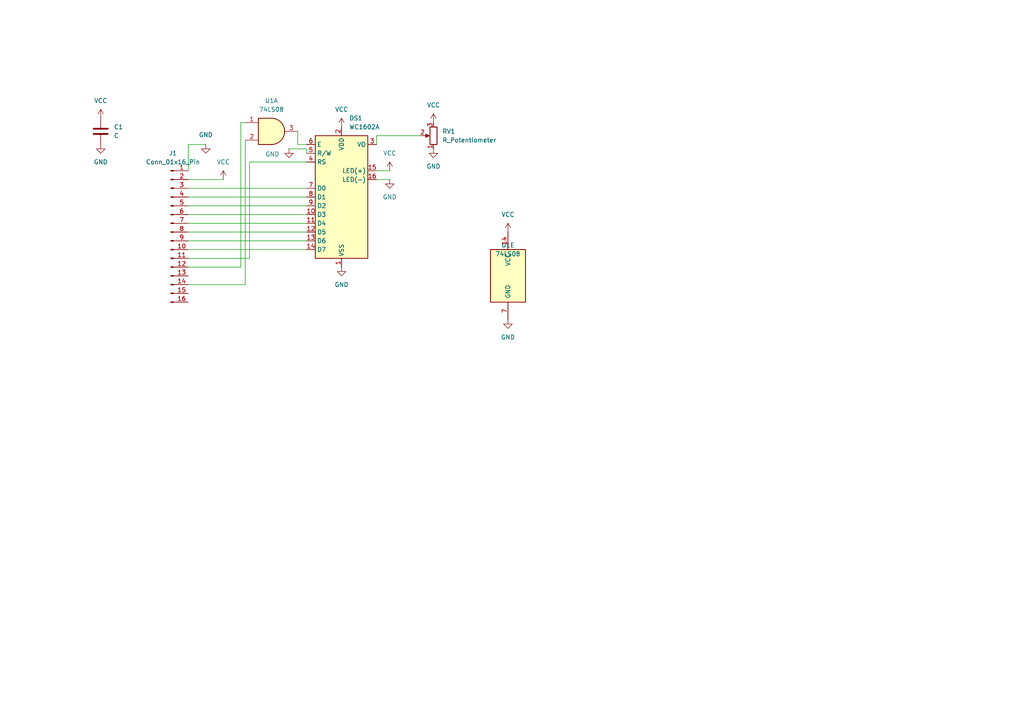
<source format=kicad_sch>
(kicad_sch (version 20231120) (generator "eeschema") (generator_version "8.0")
  (paper "A4")
  (lib_symbols
    (symbol "74xx:74LS08" (pin_names (offset 1.016))
      (property "Reference" "U" (at 0 1.27 0))
      (property "Value" "74LS08" (at 0 -1.27 0))
      (symbol "74LS08_1_1"
        (arc (start 0 -3.81) (mid 3.7934 0) (end 0 3.81) (stroke (width 0.254)) (fill (type background)))
        (polyline (pts (xy 0 3.81) (xy -3.81 3.81) (xy -3.81 -3.81) (xy 0 -3.81)) (stroke (width 0.254)) (fill (type background)))
        (pin input line (at -7.62 2.54 0) (length 3.81) (name "~") (number "1"))
        (pin input line (at -7.62 -2.54 0) (length 3.81) (name "~") (number "2"))
        (pin output line (at 7.62 0 180) (length 3.81) (name "~") (number "3"))
      )
      (symbol "74LS08_1_2"
        (arc (start -3.81 -3.81) (mid -2.589 0) (end -3.81 3.81) (stroke (width 0.254)))
        (arc (start -0.6096 -3.81) (mid 2.1842 -2.5851) (end 3.81 0) (stroke (width 0.254)) (fill (type background)))
        (polyline (pts (xy -3.81 -3.81) (xy -0.635 -3.81)) (stroke (width 0.254)) (fill (type background)))
        (polyline (pts (xy -3.81 3.81) (xy -0.635 3.81)) (stroke (width 0.254)) (fill (type background)))
        (polyline (pts (xy -0.635 3.81) (xy -3.81 3.81) (xy -3.81 3.81) (xy -3.556 3.4036) (xy -3.0226 2.2606) (xy -2.6924 1.0414) (xy -2.6162 -0.254) (xy -2.7686 -1.4986) (xy -3.175 -2.7178) (xy -3.81 -3.81) (xy -3.81 -3.81) (xy -0.635 -3.81)) (stroke (width -25.4)) (fill (type background)))
        (arc (start 3.81 0) (mid 2.1915 2.5936) (end -0.6096 3.81) (stroke (width 0.254)) (fill (type background)))
        (pin input inverted (at -7.62 2.54 0) (length 4.318) (name "~") (number "1"))
        (pin input inverted (at -7.62 -2.54 0) (length 4.318) (name "~") (number "2"))
        (pin output inverted (at 7.62 0 180) (length 3.81) (name "~") (number "3"))
      )
      (symbol "74LS08_2_1"
        (arc (start 0 -3.81) (mid 3.7934 0) (end 0 3.81) (stroke (width 0.254)) (fill (type background)))
        (polyline (pts (xy 0 3.81) (xy -3.81 3.81) (xy -3.81 -3.81) (xy 0 -3.81)) (stroke (width 0.254)) (fill (type background)))
        (pin input line (at -7.62 2.54 0) (length 3.81) (name "~") (number "4"))
        (pin input line (at -7.62 -2.54 0) (length 3.81) (name "~") (number "5"))
        (pin output line (at 7.62 0 180) (length 3.81) (name "~") (number "6"))
      )
      (symbol "74LS08_2_2"
        (arc (start -3.81 -3.81) (mid -2.589 0) (end -3.81 3.81) (stroke (width 0.254)))
        (arc (start -0.6096 -3.81) (mid 2.1842 -2.5851) (end 3.81 0) (stroke (width 0.254)) (fill (type background)))
        (polyline (pts (xy -3.81 -3.81) (xy -0.635 -3.81)) (stroke (width 0.254)) (fill (type background)))
        (polyline (pts (xy -3.81 3.81) (xy -0.635 3.81)) (stroke (width 0.254)) (fill (type background)))
        (polyline (pts (xy -0.635 3.81) (xy -3.81 3.81) (xy -3.81 3.81) (xy -3.556 3.4036) (xy -3.0226 2.2606) (xy -2.6924 1.0414) (xy -2.6162 -0.254) (xy -2.7686 -1.4986) (xy -3.175 -2.7178) (xy -3.81 -3.81) (xy -3.81 -3.81) (xy -0.635 -3.81)) (stroke (width -25.4)) (fill (type background)))
        (arc (start 3.81 0) (mid 2.1915 2.5936) (end -0.6096 3.81) (stroke (width 0.254)) (fill (type background)))
        (pin input inverted (at -7.62 2.54 0) (length 4.318) (name "~") (number "4"))
        (pin input inverted (at -7.62 -2.54 0) (length 4.318) (name "~") (number "5"))
        (pin output inverted (at 7.62 0 180) (length 3.81) (name "~") (number "6"))
      )
      (symbol "74LS08_3_1"
        (arc (start 0 -3.81) (mid 3.7934 0) (end 0 3.81) (stroke (width 0.254)) (fill (type background)))
        (polyline (pts (xy 0 3.81) (xy -3.81 3.81) (xy -3.81 -3.81) (xy 0 -3.81)) (stroke (width 0.254)) (fill (type background)))
        (pin input line (at -7.62 -2.54 0) (length 3.81) (name "~") (number "10"))
        (pin output line (at 7.62 0 180) (length 3.81) (name "~") (number "8"))
        (pin input line (at -7.62 2.54 0) (length 3.81) (name "~") (number "9"))
      )
      (symbol "74LS08_3_2"
        (arc (start -3.81 -3.81) (mid -2.589 0) (end -3.81 3.81) (stroke (width 0.254)))
        (arc (start -0.6096 -3.81) (mid 2.1842 -2.5851) (end 3.81 0) (stroke (width 0.254)) (fill (type background)))
        (polyline (pts (xy -3.81 -3.81) (xy -0.635 -3.81)) (stroke (width 0.254)) (fill (type background)))
        (polyline (pts (xy -3.81 3.81) (xy -0.635 3.81)) (stroke (width 0.254)) (fill (type background)))
        (polyline (pts (xy -0.635 3.81) (xy -3.81 3.81) (xy -3.81 3.81) (xy -3.556 3.4036) (xy -3.0226 2.2606) (xy -2.6924 1.0414) (xy -2.6162 -0.254) (xy -2.7686 -1.4986) (xy -3.175 -2.7178) (xy -3.81 -3.81) (xy -3.81 -3.81) (xy -0.635 -3.81)) (stroke (width -25.4)) (fill (type background)))
        (arc (start 3.81 0) (mid 2.1915 2.5936) (end -0.6096 3.81) (stroke (width 0.254)) (fill (type background)))
        (pin input inverted (at -7.62 -2.54 0) (length 4.318) (name "~") (number "10"))
        (pin output inverted (at 7.62 0 180) (length 3.81) (name "~") (number "8"))
        (pin input inverted (at -7.62 2.54 0) (length 4.318) (name "~") (number "9"))
      )
      (symbol "74LS08_4_1"
        (arc (start 0 -3.81) (mid 3.7934 0) (end 0 3.81) (stroke (width 0.254)) (fill (type background)))
        (polyline (pts (xy 0 3.81) (xy -3.81 3.81) (xy -3.81 -3.81) (xy 0 -3.81)) (stroke (width 0.254)) (fill (type background)))
        (pin output line (at 7.62 0 180) (length 3.81) (name "~") (number "11"))
        (pin input line (at -7.62 2.54 0) (length 3.81) (name "~") (number "12"))
        (pin input line (at -7.62 -2.54 0) (length 3.81) (name "~") (number "13"))
      )
      (symbol "74LS08_4_2"
        (arc (start -3.81 -3.81) (mid -2.589 0) (end -3.81 3.81) (stroke (width 0.254)))
        (arc (start -0.6096 -3.81) (mid 2.1842 -2.5851) (end 3.81 0) (stroke (width 0.254)) (fill (type background)))
        (polyline (pts (xy -3.81 -3.81) (xy -0.635 -3.81)) (stroke (width 0.254)) (fill (type background)))
        (polyline (pts (xy -3.81 3.81) (xy -0.635 3.81)) (stroke (width 0.254)) (fill (type background)))
        (polyline (pts (xy -0.635 3.81) (xy -3.81 3.81) (xy -3.81 3.81) (xy -3.556 3.4036) (xy -3.0226 2.2606) (xy -2.6924 1.0414) (xy -2.6162 -0.254) (xy -2.7686 -1.4986) (xy -3.175 -2.7178) (xy -3.81 -3.81) (xy -3.81 -3.81) (xy -0.635 -3.81)) (stroke (width -25.4)) (fill (type background)))
        (arc (start 3.81 0) (mid 2.1915 2.5936) (end -0.6096 3.81) (stroke (width 0.254)) (fill (type background)))
        (pin output inverted (at 7.62 0 180) (length 3.81) (name "~") (number "11"))
        (pin input inverted (at -7.62 2.54 0) (length 4.318) (name "~") (number "12"))
        (pin input inverted (at -7.62 -2.54 0) (length 4.318) (name "~") (number "13"))
      )
      (symbol "74LS08_5_0"
        (pin power_in line (at 0 12.7 270) (length 5.08) (name "VCC") (number "14"))
        (pin power_in line (at 0 -12.7 90) (length 5.08) (name "GND") (number "7"))
      )
      (symbol "74LS08_5_1"
        (rectangle (start -5.08 7.62) (end 5.08 -7.62) (stroke (width 0.254)) (fill (type background)))
      )
    )
    (symbol "Connector:Conn_01x16_Pin" (pin_names (offset 1.016) hide)
      (property "Reference" "J" (at 0 20.32 0))
      (property "Value" "Conn_01x16_Pin" (at 0 -22.86 0))
      (symbol "Conn_01x16_Pin_1_1"
        (polyline (pts (xy 1.27 -20.32) (xy 0.8636 -20.32)) (stroke (width 0.1524)))
        (polyline (pts (xy 1.27 -17.78) (xy 0.8636 -17.78)) (stroke (width 0.1524)))
        (polyline (pts (xy 1.27 -15.24) (xy 0.8636 -15.24)) (stroke (width 0.1524)))
        (polyline (pts (xy 1.27 -12.7) (xy 0.8636 -12.7)) (stroke (width 0.1524)))
        (polyline (pts (xy 1.27 -10.16) (xy 0.8636 -10.16)) (stroke (width 0.1524)))
        (polyline (pts (xy 1.27 -7.62) (xy 0.8636 -7.62)) (stroke (width 0.1524)))
        (polyline (pts (xy 1.27 -5.08) (xy 0.8636 -5.08)) (stroke (width 0.1524)))
        (polyline (pts (xy 1.27 -2.54) (xy 0.8636 -2.54)) (stroke (width 0.1524)))
        (polyline (pts (xy 1.27 0) (xy 0.8636 0)) (stroke (width 0.1524)))
        (polyline (pts (xy 1.27 2.54) (xy 0.8636 2.54)) (stroke (width 0.1524)))
        (polyline (pts (xy 1.27 5.08) (xy 0.8636 5.08)) (stroke (width 0.1524)))
        (polyline (pts (xy 1.27 7.62) (xy 0.8636 7.62)) (stroke (width 0.1524)))
        (polyline (pts (xy 1.27 10.16) (xy 0.8636 10.16)) (stroke (width 0.1524)))
        (polyline (pts (xy 1.27 12.7) (xy 0.8636 12.7)) (stroke (width 0.1524)))
        (polyline (pts (xy 1.27 15.24) (xy 0.8636 15.24)) (stroke (width 0.1524)))
        (polyline (pts (xy 1.27 17.78) (xy 0.8636 17.78)) (stroke (width 0.1524)))
        (rectangle (start 0.8636 -20.193) (end 0 -20.447) (stroke (width 0.1524)) (fill (type outline)))
        (rectangle (start 0.8636 -17.653) (end 0 -17.907) (stroke (width 0.1524)) (fill (type outline)))
        (rectangle (start 0.8636 -15.113) (end 0 -15.367) (stroke (width 0.1524)) (fill (type outline)))
        (rectangle (start 0.8636 -12.573) (end 0 -12.827) (stroke (width 0.1524)) (fill (type outline)))
        (rectangle (start 0.8636 -10.033) (end 0 -10.287) (stroke (width 0.1524)) (fill (type outline)))
        (rectangle (start 0.8636 -7.493) (end 0 -7.747) (stroke (width 0.1524)) (fill (type outline)))
        (rectangle (start 0.8636 -4.953) (end 0 -5.207) (stroke (width 0.1524)) (fill (type outline)))
        (rectangle (start 0.8636 -2.413) (end 0 -2.667) (stroke (width 0.1524)) (fill (type outline)))
        (rectangle (start 0.8636 0.127) (end 0 -0.127) (stroke (width 0.1524)) (fill (type outline)))
        (rectangle (start 0.8636 2.667) (end 0 2.413) (stroke (width 0.1524)) (fill (type outline)))
        (rectangle (start 0.8636 5.207) (end 0 4.953) (stroke (width 0.1524)) (fill (type outline)))
        (rectangle (start 0.8636 7.747) (end 0 7.493) (stroke (width 0.1524)) (fill (type outline)))
        (rectangle (start 0.8636 10.287) (end 0 10.033) (stroke (width 0.1524)) (fill (type outline)))
        (rectangle (start 0.8636 12.827) (end 0 12.573) (stroke (width 0.1524)) (fill (type outline)))
        (rectangle (start 0.8636 15.367) (end 0 15.113) (stroke (width 0.1524)) (fill (type outline)))
        (rectangle (start 0.8636 17.907) (end 0 17.653) (stroke (width 0.1524)) (fill (type outline)))
        (pin passive line (at 5.08 17.78 180) (length 3.81) (name "Pin_1") (number "1"))
        (pin passive line (at 5.08 -5.08 180) (length 3.81) (name "Pin_10") (number "10"))
        (pin passive line (at 5.08 -7.62 180) (length 3.81) (name "Pin_11") (number "11"))
        (pin passive line (at 5.08 -10.16 180) (length 3.81) (name "Pin_12") (number "12"))
        (pin passive line (at 5.08 -12.7 180) (length 3.81) (name "Pin_13") (number "13"))
        (pin passive line (at 5.08 -15.24 180) (length 3.81) (name "Pin_14") (number "14"))
        (pin passive line (at 5.08 -17.78 180) (length 3.81) (name "Pin_15") (number "15"))
        (pin passive line (at 5.08 -20.32 180) (length 3.81) (name "Pin_16") (number "16"))
        (pin passive line (at 5.08 15.24 180) (length 3.81) (name "Pin_2") (number "2"))
        (pin passive line (at 5.08 12.7 180) (length 3.81) (name "Pin_3") (number "3"))
        (pin passive line (at 5.08 10.16 180) (length 3.81) (name "Pin_4") (number "4"))
        (pin passive line (at 5.08 7.62 180) (length 3.81) (name "Pin_5") (number "5"))
        (pin passive line (at 5.08 5.08 180) (length 3.81) (name "Pin_6") (number "6"))
        (pin passive line (at 5.08 2.54 180) (length 3.81) (name "Pin_7") (number "7"))
        (pin passive line (at 5.08 0 180) (length 3.81) (name "Pin_8") (number "8"))
        (pin passive line (at 5.08 -2.54 180) (length 3.81) (name "Pin_9") (number "9"))
      )
    )
    (symbol "Device:C" (pin_numbers hide) (pin_names (offset 0.254))
      (property "Reference" "C" (at 0.635 2.54 0))
      (property "Value" "C" (at 0.635 -2.54 0))
      (symbol "C_0_1"
        (polyline (pts (xy -2.032 -0.762) (xy 2.032 -0.762)) (stroke (width 0.508)))
        (polyline (pts (xy -2.032 0.762) (xy 2.032 0.762)) (stroke (width 0.508)))
      )
      (symbol "C_1_1"
        (pin passive line (at 0 3.81 270) (length 2.794) (name "~") (number "1"))
        (pin passive line (at 0 -3.81 90) (length 2.794) (name "~") (number "2"))
      )
    )
    (symbol "Device:R_Potentiometer" (pin_names (offset 1.016) hide)
      (property "Reference" "RV" (at -4.445 0 90))
      (property "Value" "R_Potentiometer" (at -2.54 0 90))
      (symbol "R_Potentiometer_0_1"
        (polyline (pts (xy 2.54 0) (xy 1.524 0)))
        (polyline (pts (xy 1.143 0) (xy 2.286 0.508) (xy 2.286 -0.508) (xy 1.143 0)) (fill (type outline)))
        (rectangle (start 1.016 2.54) (end -1.016 -2.54) (stroke (width 0.254)))
      )
      (symbol "R_Potentiometer_1_1"
        (pin passive line (at 0 3.81 270) (length 1.27) (name "1") (number "1"))
        (pin passive line (at 3.81 0 180) (length 1.27) (name "2") (number "2"))
        (pin passive line (at 0 -3.81 90) (length 1.27) (name "3") (number "3"))
      )
    )
    (symbol "Display_Character:WC1602A"
      (property "Reference" "DS" (at -5.842 19.05 0))
      (property "Value" "WC1602A" (at 5.334 19.05 0))
      (symbol "WC1602A_1_1"
        (rectangle (start -7.62 17.78) (end 7.62 -17.78) (stroke (width 0.254)) (fill (type background)))
        (pin power_in line (at 0 -20.32 90) (length 2.54) (name "VSS") (number "1"))
        (pin input line (at -10.16 -5.08 0) (length 2.54) (name "D3") (number "10"))
        (pin input line (at -10.16 -7.62 0) (length 2.54) (name "D4") (number "11"))
        (pin input line (at -10.16 -10.16 0) (length 2.54) (name "D5") (number "12"))
        (pin input line (at -10.16 -12.7 0) (length 2.54) (name "D6") (number "13"))
        (pin input line (at -10.16 -15.24 0) (length 2.54) (name "D7") (number "14"))
        (pin power_in line (at 10.16 7.62 180) (length 2.54) (name "LED(+)") (number "15"))
        (pin power_in line (at 10.16 5.08 180) (length 2.54) (name "LED(-)") (number "16"))
        (pin power_in line (at 0 20.32 270) (length 2.54) (name "VDD") (number "2"))
        (pin input line (at 10.16 15.24 180) (length 2.54) (name "VO") (number "3"))
        (pin input line (at -10.16 10.16 0) (length 2.54) (name "RS") (number "4"))
        (pin input line (at -10.16 12.7 0) (length 2.54) (name "R/W") (number "5"))
        (pin input line (at -10.16 15.24 0) (length 2.54) (name "E") (number "6"))
        (pin input line (at -10.16 2.54 0) (length 2.54) (name "D0") (number "7"))
        (pin input line (at -10.16 0 0) (length 2.54) (name "D1") (number "8"))
        (pin input line (at -10.16 -2.54 0) (length 2.54) (name "D2") (number "9"))
      )
    )
    (symbol "power:GND" (power) (pin_numbers hide) (pin_names (offset 0) hide)
      (property "Value" "GND" (at 0 -3.81 0))
      (symbol "GND_0_1"
        (polyline (pts (xy 0 0) (xy 0 -1.27) (xy 1.27 -1.27) (xy 0 -2.54) (xy -1.27 -1.27) (xy 0 -1.27)))
      )
      (symbol "GND_1_1"
        (pin power_in line (at 0 0 270) (length 0) (name "~") (number "1"))
      )
    )
    (symbol "power:VCC" (power) (pin_numbers hide) (pin_names (offset 0) hide)
      (property "Value" "VCC" (at 0 3.556 0))
      (symbol "VCC_0_1"
        (polyline (pts (xy -0.762 1.27) (xy 0 2.54)))
        (polyline (pts (xy 0 0) (xy 0 2.54)))
        (polyline (pts (xy 0 2.54) (xy 0.762 1.27)))
      )
      (symbol "VCC_1_1"
        (pin power_in line (at 0 0 90) (length 0) (name "~") (number "1"))
      )
    )
  )
  (wire (pts (xy 54.61 54.61) (xy 88.9 54.61)))
  (wire (pts (xy 121.92 39.37) (xy 109.22 39.37)))
  (wire (pts (xy 69.85 35.56) (xy 69.85 77.47)))
  (wire (pts (xy 72.39 46.99) (xy 72.39 74.93)))
  (wire (pts (xy 54.61 59.69) (xy 88.9 59.69)))
  (wire (pts (xy 54.61 57.15) (xy 88.9 57.15)))
  (wire (pts (xy 54.61 69.85) (xy 88.9 69.85)))
  (wire (pts (xy 113.03 52.07) (xy 109.22 52.07)))
  (wire (pts (xy 54.61 72.39) (xy 88.9 72.39)))
  (wire (pts (xy 71.12 35.56) (xy 69.85 35.56)))
  (wire (pts (xy 83.82 43.18) (xy 88.9 43.18)))
  (wire (pts (xy 86.36 41.91) (xy 88.9 41.91)))
  (wire (pts (xy 71.12 40.64) (xy 71.12 82.55)))
  (wire (pts (xy 113.03 49.53) (xy 109.22 49.53)))
  (wire (pts (xy 54.61 52.07) (xy 64.77 52.07)))
  (wire (pts (xy 109.22 39.37) (xy 109.22 41.91)))
  (wire (pts (xy 71.12 82.55) (xy 54.61 82.55)))
  (wire (pts (xy 54.61 41.91) (xy 59.69 41.91)))
  (wire (pts (xy 86.36 38.1) (xy 86.36 41.91)))
  (wire (pts (xy 72.39 74.93) (xy 54.61 74.93)))
  (wire (pts (xy 54.61 49.53) (xy 54.61 41.91)))
  (wire (pts (xy 69.85 77.47) (xy 54.61 77.47)))
  (wire (pts (xy 54.61 67.31) (xy 88.9 67.31)))
  (wire (pts (xy 88.9 46.99) (xy 72.39 46.99)))
  (wire (pts (xy 88.9 43.18) (xy 88.9 44.45)))
  (wire (pts (xy 54.61 62.23) (xy 88.9 62.23)))
  (wire (pts (xy 54.61 64.77) (xy 88.9 64.77)))
  (symbol (lib_id "power:VCC") (at 125.73 35.56 0) (unit 1)
    (property "Reference" "#PWR012" (effects (hide yes)))
    (property "Value" "VCC" (at 125.73 30.48 0))
    (property "Description" "Power symbol creates a global label with name \"VCC\"" (effects (hide yes)))
  )
  (symbol (lib_id "Device:R_Potentiometer") (at 125.73 39.37 180) (unit 1)
    (property "Reference" "RV1" (at 128.27 38.0999 0) (effects (justify right)))
    (property "Value" "R_Potentiometer" (at 128.27 40.6399 0) (effects (justify right)))
    (property "Footprint" "Potentiometer_THT:Potentiometer_Vishay_T93YA_Vertical" (effects (hide yes)))
    (property "Description" "Potentiometer" (effects (hide yes)))
  )
  (symbol (lib_id "power:GND") (at 147.32 92.71 0) (unit 1)
    (property "Reference" "#PWR010" (effects (hide yes)))
    (property "Value" "GND" (at 147.32 97.79 0))
    (property "Description" "Power symbol creates a global label with name \"GND\" , ground" (effects (hide yes)))
  )
  (symbol (lib_id "power:VCC") (at 99.06 36.83 0) (unit 1)
    (property "Reference" "#PWR01" (effects (hide yes)))
    (property "Value" "VCC" (at 99.06 31.75 0))
    (property "Description" "Power symbol creates a global label with name \"VCC\"" (effects (hide yes)))
  )
  (symbol (lib_id "Device:C") (at 29.21 38.1 0) (unit 1)
    (property "Reference" "C1" (at 33.02 36.8299 0) (effects (justify left)))
    (property "Value" "C" (at 33.02 39.3699 0) (effects (justify left)))
    (property "Footprint" "Capacitor_SMD:C_0805_2012Metric" (effects (hide yes)))
    (property "Description" "Unpolarized capacitor" (effects (hide yes)))
  )
  (symbol (lib_id "power:VCC") (at 113.03 49.53 0) (unit 1)
    (property "Reference" "#PWR03" (effects (hide yes)))
    (property "Value" "VCC" (at 113.03 44.45 0))
    (property "Description" "Power symbol creates a global label with name \"VCC\"" (effects (hide yes)))
  )
  (symbol (lib_id "Display_Character:WC1602A") (at 99.06 57.15 0) (unit 1)
    (property "Reference" "DS1" (at 101.2541 34.29 0) (effects (justify left)))
    (property "Value" "WC1602A" (at 101.2541 36.83 0) (effects (justify left)))
    (property "Footprint" "Display:WC1602A" (effects (hide yes)))
    (property "Datasheet" "http://www.wincomlcd.com/pdf/WC1602A-SFYLYHTC06.pdf" (effects (hide yes)))
    (property "Description" "LCD 16x2 Alphanumeric , 8 bit parallel bus, 5V VDD" (effects (hide yes)))
  )
  (symbol (lib_id "power:GND") (at 113.03 52.07 0) (unit 1)
    (property "Reference" "#PWR04" (effects (hide yes)))
    (property "Value" "GND" (at 113.03 57.15 0))
    (property "Description" "Power symbol creates a global label with name \"GND\" , ground" (effects (hide yes)))
  )
  (symbol (lib_id "power:VCC") (at 64.77 52.07 0) (unit 1)
    (property "Reference" "#PWR05" (effects (hide yes)))
    (property "Value" "VCC" (at 64.77 46.99 0))
    (property "Description" "Power symbol creates a global label with name \"VCC\"" (effects (hide yes)))
  )
  (symbol (lib_id "power:GND") (at 29.21 41.91 0) (unit 1)
    (property "Reference" "#PWR08" (effects (hide yes)))
    (property "Value" "GND" (at 29.21 46.99 0))
    (property "Description" "Power symbol creates a global label with name \"GND\" , ground" (effects (hide yes)))
  )
  (symbol (lib_id "power:VCC") (at 29.21 34.29 0) (unit 1)
    (property "Reference" "#PWR07" (effects (hide yes)))
    (property "Value" "VCC" (at 29.21 29.21 0))
    (property "Description" "Power symbol creates a global label with name \"VCC\"" (effects (hide yes)))
  )
  (symbol (lib_id "power:GND") (at 99.06 77.47 0) (unit 1)
    (property "Reference" "#PWR02" (effects (hide yes)))
    (property "Value" "GND" (at 99.06 82.55 0))
    (property "Description" "Power symbol creates a global label with name \"GND\" , ground" (effects (hide yes)))
  )
  (symbol (lib_id "power:GND") (at 125.73 43.18 0) (unit 1)
    (property "Reference" "#PWR013" (effects (hide yes)))
    (property "Value" "GND" (at 125.73 48.26 0))
    (property "Description" "Power symbol creates a global label with name \"GND\" , ground" (effects (hide yes)))
  )
  (symbol (lib_id "power:GND") (at 83.82 43.18 0) (unit 1)
    (property "Reference" "#PWR011" (effects (hide yes)))
    (property "Value" "GND" (at 78.994 44.704 0))
    (property "Description" "Power symbol creates a global label with name \"GND\" , ground" (effects (hide yes)))
  )
  (symbol (lib_id "74xx:74LS08") (at 78.74 38.1 0) (unit 1)
    (property "Reference" "U1" (at 78.7317 29.21 0))
    (property "Value" "74LS08" (at 78.7317 31.75 0))
    (property "Footprint" "Package_DIP:DIP-14_W7.62mm_Socket_LongPads" (effects (hide yes)))
    (property "Datasheet" "http://www.ti.com/lit/gpn/sn74LS08" (effects (hide yes)))
    (property "Description" "Quad And2" (effects (hide yes)))
  )
  (symbol (lib_id "power:GND") (at 59.69 41.91 0) (unit 1)
    (property "Reference" "#PWR06" (effects (hide yes)))
    (property "Value" "GND" (at 59.69 39.116 0))
    (property "Description" "Power symbol creates a global label with name \"GND\" , ground" (effects (hide yes)))
  )
  (symbol (lib_id "Connector:Conn_01x16_Pin") (at 49.53 67.31 0) (unit 1)
    (property "Reference" "J1" (at 50.165 44.45 0))
    (property "Value" "Conn_01x16_Pin" (at 50.165 46.99 0))
    (property "Footprint" "Connector_PinHeader_2.54mm:PinHeader_1x16_P2.54mm_Vertical" (effects (hide yes)))
    (property "Description" "Generic connector, single row, 01x16, script generated" (effects (hide yes)))
  )
  (symbol (lib_id "power:VCC") (at 147.32 67.31 0) (unit 1)
    (property "Reference" "#PWR09" (effects (hide yes)))
    (property "Value" "VCC" (at 147.32 62.23 0))
    (property "Description" "Power symbol creates a global label with name \"VCC\"" (effects (hide yes)))
  )
  (symbol (lib_id "74xx:74LS08") (at 147.32 80.01 0) (unit 5)
    (property "Reference" "U1" (at 147.3117 71.12 0))
    (property "Value" "74LS08" (at 147.3117 73.66 0))
    (property "Footprint" "Package_DIP:DIP-14_W7.62mm_Socket_LongPads" (effects (hide yes)))
    (property "Datasheet" "http://www.ti.com/lit/gpn/sn74LS08" (effects (hide yes)))
    (property "Description" "Quad And2" (effects (hide yes)))
  )
)
</source>
